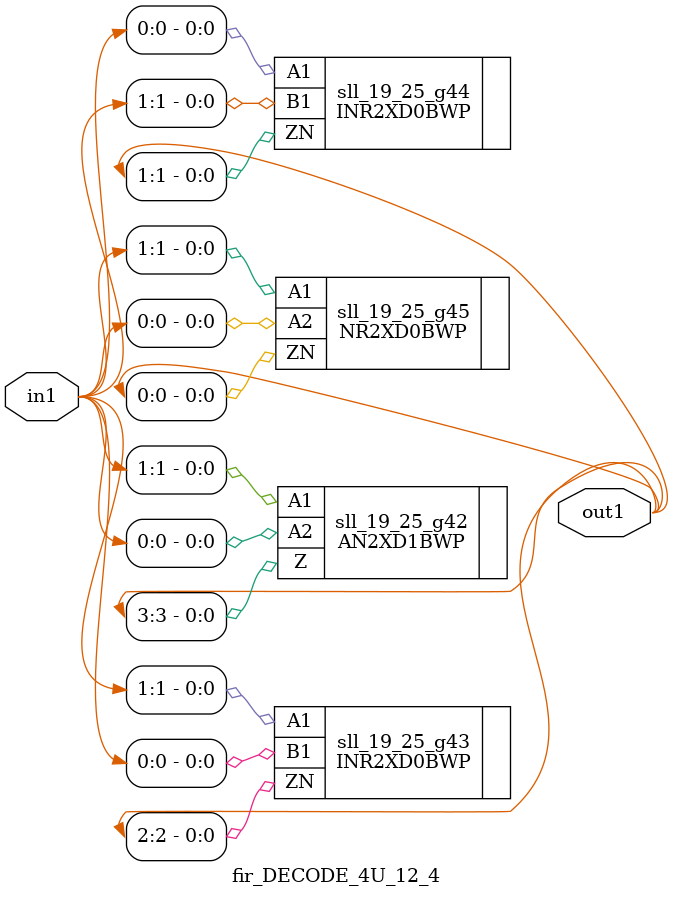
<source format=v>
`timescale 1ps / 1ps


module fir_DECODE_4U_12_4(in1, out1);
  input [1:0] in1;
  output [3:0] out1;
  wire [1:0] in1;
  wire [3:0] out1;
  AN2XD1BWP sll_19_25_g42(.A1 (in1[1]), .A2 (in1[0]), .Z (out1[3]));
  INR2XD0BWP sll_19_25_g43(.A1 (in1[1]), .B1 (in1[0]), .ZN (out1[2]));
  INR2XD0BWP sll_19_25_g44(.A1 (in1[0]), .B1 (in1[1]), .ZN (out1[1]));
  NR2XD0BWP sll_19_25_g45(.A1 (in1[1]), .A2 (in1[0]), .ZN (out1[0]));
endmodule



</source>
